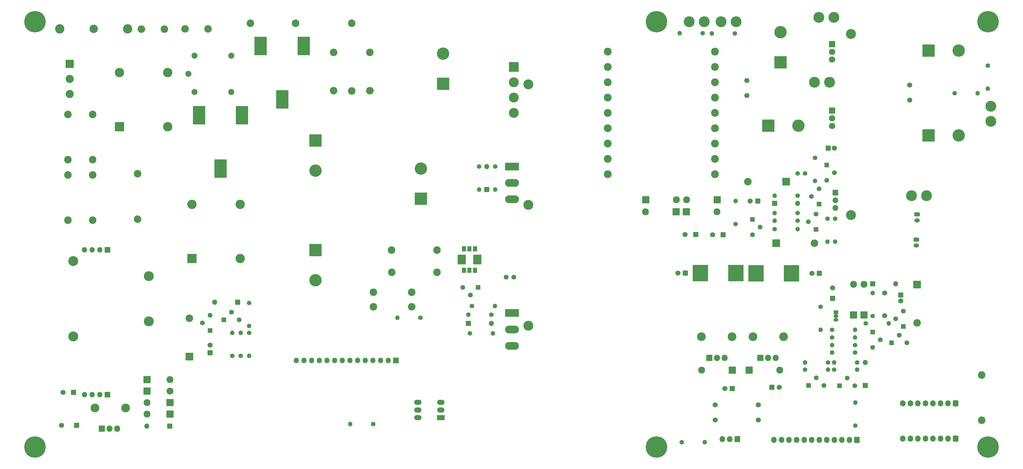
<source format=gbr>
%TF.GenerationSoftware,KiCad,Pcbnew,(5.99.0-9830-g9acf5e365a)*%
%TF.CreationDate,2021-04-14T10:40:31+02:00*%
%TF.ProjectId,Power Supply Board v2.0,506f7765-7220-4537-9570-706c7920426f,2.0*%
%TF.SameCoordinates,Original*%
%TF.FileFunction,Soldermask,Top*%
%TF.FilePolarity,Negative*%
%FSLAX46Y46*%
G04 Gerber Fmt 4.6, Leading zero omitted, Abs format (unit mm)*
G04 Created by KiCad (PCBNEW (5.99.0-9830-g9acf5e365a)) date 2021-04-14 10:40:31*
%MOMM*%
%LPD*%
G01*
G04 APERTURE LIST*
G04 Aperture macros list*
%AMRoundRect*
0 Rectangle with rounded corners*
0 $1 Rounding radius*
0 $2 $3 $4 $5 $6 $7 $8 $9 X,Y pos of 4 corners*
0 Add a 4 corners polygon primitive as box body*
4,1,4,$2,$3,$4,$5,$6,$7,$8,$9,$2,$3,0*
0 Add four circle primitives for the rounded corners*
1,1,$1+$1,$2,$3*
1,1,$1+$1,$4,$5*
1,1,$1+$1,$6,$7*
1,1,$1+$1,$8,$9*
0 Add four rect primitives between the rounded corners*
20,1,$1+$1,$2,$3,$4,$5,0*
20,1,$1+$1,$4,$5,$6,$7,0*
20,1,$1+$1,$6,$7,$8,$9,0*
20,1,$1+$1,$8,$9,$2,$3,0*%
G04 Aperture macros list end*
%ADD10C,2.500000*%
%ADD11RoundRect,0.050000X0.800000X-0.800000X0.800000X0.800000X-0.800000X0.800000X-0.800000X-0.800000X0*%
%ADD12C,1.700000*%
%ADD13RoundRect,0.050000X0.800000X0.800000X-0.800000X0.800000X-0.800000X-0.800000X0.800000X-0.800000X0*%
%ADD14RoundRect,0.050000X2.000000X-2.000000X2.000000X2.000000X-2.000000X2.000000X-2.000000X-2.000000X0*%
%ADD15C,4.100000*%
%ADD16RoundRect,0.050000X-2.000000X2.000000X-2.000000X-2.000000X2.000000X-2.000000X2.000000X2.000000X0*%
%ADD17C,1.500000*%
%ADD18RoundRect,0.050000X-0.800000X-0.800000X0.800000X-0.800000X0.800000X0.800000X-0.800000X0.800000X0*%
%ADD19RoundRect,0.050000X-0.800000X0.800000X-0.800000X-0.800000X0.800000X-0.800000X0.800000X0.800000X0*%
%ADD20RoundRect,0.050000X-2.000000X-2.000000X2.000000X-2.000000X2.000000X2.000000X-2.000000X2.000000X0*%
%ADD21RoundRect,0.050000X1.200000X-1.200000X1.200000X1.200000X-1.200000X1.200000X-1.200000X-1.200000X0*%
%ADD22O,2.500000X2.500000*%
%ADD23RoundRect,0.050000X-1.100000X-1.100000X1.100000X-1.100000X1.100000X1.100000X-1.100000X1.100000X0*%
%ADD24O,2.300000X2.300000*%
%ADD25RoundRect,0.050000X1.100000X1.100000X-1.100000X1.100000X-1.100000X-1.100000X1.100000X-1.100000X0*%
%ADD26O,1.700000X1.700000*%
%ADD27RoundRect,0.050000X-1.600000X1.600000X-1.600000X-1.600000X1.600000X-1.600000X1.600000X1.600000X0*%
%ADD28C,3.300000*%
%ADD29RoundRect,0.050000X1.200000X1.200000X-1.200000X1.200000X-1.200000X-1.200000X1.200000X-1.200000X0*%
%ADD30RoundRect,0.050000X-1.200000X-1.200000X1.200000X-1.200000X1.200000X1.200000X-1.200000X1.200000X0*%
%ADD31RoundRect,0.050000X1.100000X-1.100000X1.100000X1.100000X-1.100000X1.100000X-1.100000X-1.100000X0*%
%ADD32RoundRect,0.050000X-1.000000X0.952500X-1.000000X-0.952500X1.000000X-0.952500X1.000000X0.952500X0*%
%ADD33O,2.100000X2.005000*%
%ADD34RoundRect,0.050000X-1.200000X1.200000X-1.200000X-1.200000X1.200000X-1.200000X1.200000X1.200000X0*%
%ADD35C,2.800000*%
%ADD36C,3.100000*%
%ADD37RoundRect,0.050000X1.500000X-1.500000X1.500000X1.500000X-1.500000X1.500000X-1.500000X-1.500000X0*%
%ADD38C,2.894000*%
%ADD39RoundRect,0.050000X-1.300000X1.300000X-1.300000X-1.300000X1.300000X-1.300000X1.300000X1.300000X0*%
%ADD40C,2.700000*%
%ADD41RoundRect,0.050000X-0.850000X0.850000X-0.850000X-0.850000X0.850000X-0.850000X0.850000X0.850000X0*%
%ADD42O,1.800000X1.800000*%
%ADD43RoundRect,0.270833X-0.654167X0.379167X-0.654167X-0.379167X0.654167X-0.379167X0.654167X0.379167X0*%
%ADD44O,1.850000X1.300000*%
%ADD45C,3.600000*%
%ADD46RoundRect,0.264706X0.635294X0.760294X-0.635294X0.760294X-0.635294X-0.760294X0.635294X-0.760294X0*%
%ADD47O,1.800000X2.050000*%
%ADD48C,2.000000*%
%ADD49RoundRect,0.050000X2.000000X3.000000X-2.000000X3.000000X-2.000000X-3.000000X2.000000X-3.000000X0*%
%ADD50RoundRect,0.050000X-2.450000X-2.700000X2.450000X-2.700000X2.450000X2.700000X-2.450000X2.700000X0*%
%ADD51RoundRect,0.050000X2.450000X2.700000X-2.450000X2.700000X-2.450000X-2.700000X2.450000X-2.700000X0*%
%ADD52RoundRect,0.050000X0.750000X-0.750000X0.750000X0.750000X-0.750000X0.750000X-0.750000X-0.750000X0*%
%ADD53C,1.600000*%
%ADD54RoundRect,0.050000X-0.750000X-0.750000X0.750000X-0.750000X0.750000X0.750000X-0.750000X0.750000X0*%
%ADD55RoundRect,0.050000X-0.750000X0.750000X-0.750000X-0.750000X0.750000X-0.750000X0.750000X0.750000X0*%
%ADD56RoundRect,0.050000X-2.250000X1.250000X-2.250000X-1.250000X2.250000X-1.250000X2.250000X1.250000X0*%
%ADD57O,4.600000X2.600000*%
%ADD58RoundRect,0.050000X-0.900000X0.900000X-0.900000X-0.900000X0.900000X-0.900000X0.900000X0.900000X0*%
%ADD59O,1.900000X1.900000*%
%ADD60RoundRect,0.050000X-0.750000X0.525000X-0.750000X-0.525000X0.750000X-0.525000X0.750000X0.525000X0*%
%ADD61O,1.600000X1.150000*%
%ADD62O,1.500000X1.500000*%
%ADD63C,2.599360*%
%ADD64RoundRect,0.050000X-0.952500X-1.000000X0.952500X-1.000000X0.952500X1.000000X-0.952500X1.000000X0*%
%ADD65O,2.005000X2.100000*%
%ADD66RoundRect,0.050000X1.200000X0.800000X-1.200000X0.800000X-1.200000X-0.800000X1.200000X-0.800000X0*%
%ADD67O,2.500000X1.700000*%
%ADD68C,0.900000*%
%ADD69C,7.100000*%
%ADD70C,1.624000*%
%ADD71RoundRect,0.050000X0.750000X0.750000X-0.750000X0.750000X-0.750000X-0.750000X0.750000X-0.750000X0*%
%ADD72RoundRect,0.050000X-0.635000X-0.760000X0.635000X-0.760000X0.635000X0.760000X-0.635000X0.760000X0*%
%ADD73RoundRect,0.050000X-1.270000X-1.525000X1.270000X-1.525000X1.270000X1.525000X-1.270000X1.525000X0*%
%ADD74RoundRect,0.050000X0.850000X-0.850000X0.850000X0.850000X-0.850000X0.850000X-0.850000X-0.850000X0*%
G04 APERTURE END LIST*
D10*
%TO.C,C1*%
X46761000Y-114748000D03*
X46761000Y-129748000D03*
%TD*%
D11*
%TO.C,C2*%
X93954200Y-193691200D03*
D12*
X93954200Y-191191200D03*
%TD*%
D10*
%TO.C,C3*%
X55016000Y-114748000D03*
X55016000Y-129748000D03*
%TD*%
%TO.C,C4*%
X46761000Y-149800000D03*
X46761000Y-134800000D03*
%TD*%
%TO.C,C6*%
X55016000Y-149800000D03*
X55016000Y-134800000D03*
%TD*%
D13*
%TO.C,C7*%
X48666000Y-206823000D03*
D12*
X45166000Y-206823000D03*
%TD*%
D10*
%TO.C,C8*%
X69875000Y-149419000D03*
X69875000Y-134419000D03*
%TD*%
%TO.C,C9*%
X349909000Y-201056000D03*
X349909000Y-216056000D03*
%TD*%
D13*
%TO.C,C10*%
X49682000Y-217745000D03*
D12*
X44682000Y-217745000D03*
%TD*%
D10*
%TO.C,C11*%
X140944200Y-84471200D03*
X140944200Y-106971200D03*
%TD*%
D13*
%TO.C,C12*%
X275615000Y-143450000D03*
D12*
X273115000Y-143450000D03*
%TD*%
D14*
%TO.C,C13*%
X163855000Y-142688000D03*
D15*
X163855000Y-132688000D03*
%TD*%
D14*
%TO.C,C14*%
X171221000Y-104588000D03*
D15*
X171221000Y-94588000D03*
%TD*%
D16*
%TO.C,C15*%
X128930000Y-123384000D03*
D15*
X128930000Y-133384000D03*
%TD*%
D16*
%TO.C,C16*%
X128930000Y-159706000D03*
D15*
X128930000Y-169706000D03*
%TD*%
D10*
%TO.C,C17*%
X169221400Y-167072000D03*
X154221400Y-167072000D03*
%TD*%
%TO.C,C18*%
X154196000Y-159680600D03*
X169196000Y-159680600D03*
%TD*%
D17*
%TO.C,C19*%
X288843000Y-134306000D03*
X291343000Y-134306000D03*
%TD*%
D18*
%TO.C,C20*%
X299043888Y-125924000D03*
D12*
X301043888Y-125924000D03*
%TD*%
D11*
%TO.C,C21*%
X300424730Y-175708000D03*
D12*
X300424730Y-172208000D03*
%TD*%
%TO.C,C22*%
X317696730Y-181423000D03*
X317696730Y-173923000D03*
%TD*%
D19*
%TO.C,C23*%
X323030730Y-174565000D03*
D12*
X323030730Y-176565000D03*
%TD*%
D20*
%TO.C,C24*%
X279109830Y-118431000D03*
D15*
X289109830Y-118431000D03*
%TD*%
D20*
%TO.C,C25*%
X332303630Y-121656800D03*
D15*
X342303630Y-121656800D03*
%TD*%
D13*
%TO.C,C26*%
X255041000Y-154524400D03*
D12*
X251541000Y-154524400D03*
%TD*%
D13*
%TO.C,C27*%
X264131800Y-154575200D03*
D12*
X260631800Y-154575200D03*
%TD*%
D14*
%TO.C,C28*%
X283156400Y-97483971D03*
D15*
X283156400Y-87483971D03*
%TD*%
D20*
%TO.C,C29*%
X332303630Y-93556000D03*
D15*
X342303630Y-93556000D03*
%TD*%
D13*
%TO.C,C30*%
X251637400Y-167326000D03*
D12*
X249137400Y-167326000D03*
%TD*%
D13*
%TO.C,C31*%
X296073313Y-167427600D03*
D12*
X293573313Y-167427600D03*
%TD*%
%TO.C,C32*%
X271980400Y-108434200D03*
X271980400Y-103434200D03*
%TD*%
%TO.C,C33*%
X326057000Y-109958200D03*
X326057000Y-104958200D03*
%TD*%
D13*
%TO.C,C34*%
X267214230Y-205553000D03*
D12*
X264714230Y-205553000D03*
%TD*%
D18*
%TO.C,C35*%
X280295230Y-205172000D03*
D12*
X282795230Y-205172000D03*
%TD*%
%TO.C,C36*%
X275850230Y-215967000D03*
X275850230Y-210967000D03*
%TD*%
%TO.C,C37*%
X261499230Y-215967000D03*
X261499230Y-210967000D03*
%TD*%
D21*
%TO.C,D1*%
X87096200Y-194961200D03*
D22*
X87096200Y-182261200D03*
%TD*%
D23*
%TO.C,D2*%
X73050000Y-202632000D03*
D24*
X80670000Y-202632000D03*
%TD*%
D23*
%TO.C,D3*%
X73050000Y-206442000D03*
D24*
X80670000Y-206442000D03*
%TD*%
D25*
%TO.C,D4*%
X80670000Y-210252000D03*
D24*
X73050000Y-210252000D03*
%TD*%
D25*
%TO.C,D5*%
X80670000Y-214062000D03*
D24*
X73050000Y-214062000D03*
%TD*%
D13*
%TO.C,D6*%
X103098200Y-176927200D03*
D26*
X95478200Y-176927200D03*
%TD*%
D13*
%TO.C,D7*%
X80543000Y-217999000D03*
D26*
X72923000Y-217999000D03*
%TD*%
D27*
%TO.C,D8*%
X194741400Y-98949200D03*
D28*
X194741400Y-104029200D03*
X194741400Y-109109200D03*
X194741400Y-114189200D03*
%TD*%
D29*
%TO.C,D9*%
X285013000Y-136998400D03*
D22*
X272313000Y-136998400D03*
%TD*%
D18*
%TO.C,D10*%
X281203000Y-144212000D03*
D26*
X288823000Y-144212000D03*
%TD*%
D30*
%TO.C,D11*%
X281711000Y-157420000D03*
D22*
X294411000Y-157420000D03*
%TD*%
D11*
%TO.C,D12*%
X185699000Y-139640000D03*
D26*
X185699000Y-132020000D03*
%TD*%
D18*
%TO.C,D13*%
X179676800Y-183988400D03*
D26*
X187296800Y-183988400D03*
%TD*%
D31*
%TO.C,D14*%
X307409730Y-181169000D03*
D24*
X307409730Y-171009000D03*
%TD*%
D31*
%TO.C,D15*%
X310838730Y-181169000D03*
D24*
X310838730Y-171009000D03*
%TD*%
D32*
%TO.C,D16*%
X300276000Y-91456200D03*
D33*
X300276000Y-93996200D03*
X300276000Y-96536200D03*
%TD*%
D32*
%TO.C,D17*%
X300326800Y-113427200D03*
D33*
X300326800Y-115967200D03*
X300326800Y-118507200D03*
%TD*%
D25*
%TO.C,D18*%
X248587000Y-146955200D03*
D24*
X238427000Y-146955200D03*
%TD*%
D23*
%TO.C,D19*%
X251939800Y-146955200D03*
D24*
X262099800Y-146955200D03*
%TD*%
D23*
%TO.C,D20*%
X238477800Y-142992800D03*
D24*
X248637800Y-142992800D03*
%TD*%
D25*
%TO.C,D21*%
X262150600Y-142992800D03*
D24*
X251990600Y-142992800D03*
%TD*%
D18*
%TO.C,D22*%
X313759730Y-170882000D03*
D26*
X321379730Y-170882000D03*
%TD*%
D34*
%TO.C,D23*%
X328491730Y-171136000D03*
D22*
X328491730Y-183836000D03*
%TD*%
D11*
%TO.C,D24*%
X311283230Y-204537000D03*
D26*
X311283230Y-196917000D03*
%TD*%
D25*
%TO.C,D25*%
X267214230Y-199457000D03*
D24*
X257054230Y-199457000D03*
%TD*%
D23*
%TO.C,D26*%
X272802230Y-199457000D03*
D24*
X282962230Y-199457000D03*
%TD*%
D35*
%TO.C,F1*%
X55323000Y-86363500D03*
D36*
X66573000Y-86363500D03*
X44073000Y-86363500D03*
%TD*%
D37*
%TO.C,FL1*%
X63906000Y-118812000D03*
D36*
X79906000Y-118812000D03*
X79906000Y-100812000D03*
X63906000Y-100812000D03*
%TD*%
D37*
%TO.C,FL2*%
X87909000Y-162500000D03*
D36*
X103909000Y-162500000D03*
X103909000Y-144500000D03*
X87909000Y-144500000D03*
%TD*%
D28*
%TO.C,HS2*%
X199499000Y-144720000D03*
X199499000Y-184720000D03*
X199499000Y-104720000D03*
%TD*%
D38*
%TO.C,HS3*%
X256927230Y-188382600D03*
X267087230Y-188382600D03*
%TD*%
D28*
%TO.C,HS4*%
X306585400Y-148056700D03*
X306585400Y-88056700D03*
%TD*%
D38*
%TO.C,HS5*%
X55778000Y-212004600D03*
X65938000Y-212004600D03*
%TD*%
D39*
%TO.C,J1*%
X47396000Y-97984000D03*
D40*
X47396000Y-102984000D03*
X47396000Y-107984000D03*
%TD*%
D41*
%TO.C,J2*%
X155600000Y-196282000D03*
D42*
X153060000Y-196282000D03*
X150520000Y-196282000D03*
X147980000Y-196282000D03*
X145440000Y-196282000D03*
X142900000Y-196282000D03*
X140360000Y-196282000D03*
X137820000Y-196282000D03*
X135280000Y-196282000D03*
X132740000Y-196282000D03*
X130200000Y-196282000D03*
X127660000Y-196282000D03*
X125120000Y-196282000D03*
X122580000Y-196282000D03*
%TD*%
D43*
%TO.C,J3*%
X328243800Y-156200800D03*
D44*
X328243800Y-158200800D03*
%TD*%
D43*
%TO.C,J4*%
X328455800Y-147834800D03*
D44*
X328455800Y-149834800D03*
%TD*%
D45*
%TO.C,J5*%
X252895800Y-84013200D03*
X257895800Y-84013200D03*
%TD*%
%TO.C,J6*%
X326618200Y-141621200D03*
X331618200Y-141621200D03*
%TD*%
%TO.C,J7*%
X295874200Y-82541600D03*
X300874200Y-82541600D03*
%TD*%
%TO.C,J8*%
X268463800Y-83964000D03*
X263463800Y-83964000D03*
%TD*%
%TO.C,J9*%
X299459000Y-104106000D03*
X294459000Y-104106000D03*
%TD*%
%TO.C,J10*%
X352959000Y-112006000D03*
X352959000Y-117006000D03*
%TD*%
D46*
%TO.C,J11*%
X341255230Y-210506000D03*
D47*
X338755230Y-210506000D03*
X336255230Y-210506000D03*
X333755230Y-210506000D03*
X331255230Y-210506000D03*
X328755230Y-210506000D03*
X326255230Y-210506000D03*
X323755230Y-210506000D03*
%TD*%
D46*
%TO.C,J12*%
X341255230Y-222190000D03*
D47*
X338755230Y-222190000D03*
X336255230Y-222190000D03*
X333755230Y-222190000D03*
X331255230Y-222190000D03*
X328755230Y-222190000D03*
X326255230Y-222190000D03*
X323755230Y-222190000D03*
%TD*%
D46*
%TO.C,J13*%
X308523230Y-222578500D03*
D47*
X306023230Y-222578500D03*
X303523230Y-222578500D03*
X301023230Y-222578500D03*
X298523230Y-222578500D03*
X296023230Y-222578500D03*
X293523230Y-222578500D03*
X291023230Y-222578500D03*
X288523230Y-222578500D03*
X286023230Y-222578500D03*
X283523230Y-222578500D03*
X281023230Y-222578500D03*
%TD*%
D46*
%TO.C,J14*%
X268856200Y-222342400D03*
D47*
X266356200Y-222342400D03*
X263856200Y-222342400D03*
%TD*%
D48*
%TO.C,K1*%
X86766000Y-101286000D03*
X100966000Y-95286000D03*
X100966000Y-107286000D03*
X88766000Y-107286000D03*
X88766000Y-95286000D03*
%TD*%
D49*
%TO.C,L1*%
X125031000Y-92055000D03*
X110731000Y-92055000D03*
X117881000Y-109755000D03*
%TD*%
%TO.C,L2*%
X104584000Y-115002000D03*
X90284000Y-115002000D03*
X97434000Y-132702000D03*
%TD*%
D50*
%TO.C,L3*%
X256608600Y-167326000D03*
X268408600Y-167326000D03*
%TD*%
D51*
%TO.C,L4*%
X286849000Y-167376800D03*
X275049000Y-167376800D03*
%TD*%
D52*
%TO.C,Q1*%
X93954200Y-186325200D03*
D53*
X91414200Y-183785200D03*
X93954200Y-181245200D03*
%TD*%
D54*
%TO.C,Q2*%
X98526200Y-182769200D03*
D53*
X101066200Y-180229200D03*
X103606200Y-182769200D03*
%TD*%
D52*
%TO.C,Q3*%
X295943000Y-144466000D03*
D53*
X293403000Y-141926000D03*
X295943000Y-139386000D03*
%TD*%
D55*
%TO.C,Q4*%
X273837000Y-149546000D03*
D53*
X276377000Y-152086000D03*
X273837000Y-154626000D03*
%TD*%
D52*
%TO.C,Q5*%
X294927000Y-152848000D03*
D53*
X292387000Y-150308000D03*
X294927000Y-147768000D03*
%TD*%
D56*
%TO.C,Q6*%
X194081000Y-131981900D03*
D57*
X194081000Y-137431900D03*
X194081000Y-142881900D03*
%TD*%
D56*
%TO.C,Q7*%
X194081000Y-180534000D03*
D57*
X194081000Y-185984000D03*
X194081000Y-191434000D03*
%TD*%
D55*
%TO.C,Q8*%
X298475000Y-131512000D03*
D53*
X301015000Y-134052000D03*
X298475000Y-136592000D03*
%TD*%
D58*
%TO.C,Q9*%
X301402000Y-140656000D03*
D59*
X301402000Y-143196000D03*
X301402000Y-145736000D03*
%TD*%
D54*
%TO.C,Q10*%
X292487230Y-204537000D03*
D53*
X295027230Y-201997000D03*
X297567230Y-204537000D03*
%TD*%
D54*
%TO.C,Q11*%
X302774230Y-204664000D03*
D53*
X305314230Y-202124000D03*
X307854230Y-204664000D03*
%TD*%
D52*
%TO.C,Q12*%
X323919730Y-184979000D03*
D53*
X321379730Y-182439000D03*
X323919730Y-179899000D03*
%TD*%
D60*
%TO.C,Q14*%
X301567730Y-180280000D03*
D61*
X301567730Y-181550000D03*
X301567730Y-182820000D03*
%TD*%
D54*
%TO.C,Q15*%
X319982730Y-190440000D03*
D53*
X322522730Y-187900000D03*
X325062730Y-190440000D03*
%TD*%
D17*
%TO.C,R1*%
X101320200Y-194707200D03*
D62*
X101320200Y-187087200D03*
%TD*%
D17*
%TO.C,R2*%
X104114200Y-194707200D03*
D62*
X104114200Y-187087200D03*
%TD*%
D10*
%TO.C,R3*%
X78765000Y-86427000D03*
D22*
X71145000Y-86427000D03*
%TD*%
D17*
%TO.C,R4*%
X106908200Y-187087200D03*
D62*
X106908200Y-194707200D03*
%TD*%
D10*
%TO.C,R5*%
X93243000Y-86363500D03*
D22*
X85623000Y-86363500D03*
%TD*%
D17*
%TO.C,R6*%
X106908200Y-177181200D03*
D62*
X106908200Y-184801200D03*
%TD*%
D10*
%TO.C,R7*%
X134899000Y-106874000D03*
D22*
X134899000Y-94174000D03*
%TD*%
D10*
%TO.C,R8*%
X146938600Y-94174000D03*
D22*
X146938600Y-106874000D03*
%TD*%
D10*
%TO.C,R9*%
X148107000Y-178502000D03*
D22*
X160807000Y-178502000D03*
%TD*%
D10*
%TO.C,R10*%
X160807000Y-173676000D03*
D22*
X148107000Y-173676000D03*
%TD*%
D17*
%TO.C,R11*%
X288823000Y-141672000D03*
D62*
X281203000Y-141672000D03*
%TD*%
D17*
%TO.C,R12*%
X288823000Y-147428000D03*
D62*
X281203000Y-147428000D03*
%TD*%
D17*
%TO.C,R13*%
X281203000Y-152762000D03*
D62*
X288823000Y-152762000D03*
%TD*%
D17*
%TO.C,R14*%
X288823000Y-149968000D03*
D62*
X281203000Y-149968000D03*
%TD*%
D17*
%TO.C,R15*%
X268246600Y-151019200D03*
D62*
X268246600Y-143399200D03*
%TD*%
D17*
%TO.C,R16*%
X298729000Y-149292000D03*
D62*
X298729000Y-156912000D03*
%TD*%
D17*
%TO.C,R17*%
X183159000Y-132020000D03*
D62*
X183159000Y-139640000D03*
%TD*%
D17*
%TO.C,R18*%
X187271400Y-181092800D03*
D62*
X179651400Y-181092800D03*
%TD*%
D17*
%TO.C,R19*%
X301269000Y-149292000D03*
D62*
X301269000Y-156912000D03*
%TD*%
D17*
%TO.C,R20*%
X294586400Y-129099000D03*
D62*
X294586400Y-136719000D03*
%TD*%
D17*
%TO.C,R21*%
X188493000Y-132045400D03*
D62*
X188493000Y-139665400D03*
%TD*%
D17*
%TO.C,R22*%
X180159400Y-187290400D03*
D62*
X187779400Y-187290400D03*
%TD*%
D17*
%TO.C,R23*%
X148056200Y-217364000D03*
D62*
X140436200Y-217364000D03*
%TD*%
D17*
%TO.C,R24*%
X250450230Y-223333000D03*
D62*
X258070230Y-223333000D03*
%TD*%
D17*
%TO.C,R25*%
X313759730Y-181550000D03*
D62*
X313759730Y-173930000D03*
%TD*%
D17*
%TO.C,R26*%
X311473730Y-183963000D03*
D62*
X319093730Y-183963000D03*
%TD*%
D17*
%TO.C,R27*%
X291344230Y-199330000D03*
D62*
X298964230Y-199330000D03*
%TD*%
D17*
%TO.C,R28*%
X298964230Y-196917000D03*
D62*
X291344230Y-196917000D03*
%TD*%
D17*
%TO.C,R29*%
X300297730Y-188662000D03*
D62*
X307917730Y-188662000D03*
%TD*%
D17*
%TO.C,R30*%
X268018000Y-87900200D03*
D62*
X260398000Y-87900200D03*
%TD*%
D17*
%TO.C,R31*%
X257350000Y-87849400D03*
D62*
X249730000Y-87849400D03*
%TD*%
D17*
%TO.C,R32*%
X340909000Y-107686800D03*
D62*
X348529000Y-107686800D03*
%TD*%
D17*
%TO.C,R33*%
X351909000Y-98556000D03*
D62*
X351909000Y-106176000D03*
%TD*%
D17*
%TO.C,R34*%
X307917730Y-191202000D03*
D62*
X300297730Y-191202000D03*
%TD*%
D17*
%TO.C,R35*%
X300996230Y-199330000D03*
D62*
X308616230Y-199330000D03*
%TD*%
D17*
%TO.C,R36*%
X296487730Y-178502000D03*
D62*
X296487730Y-186122000D03*
%TD*%
D17*
%TO.C,R37*%
X300297730Y-186122000D03*
D62*
X307917730Y-186122000D03*
%TD*%
D17*
%TO.C,R38*%
X307981230Y-217872000D03*
D62*
X307981230Y-210252000D03*
%TD*%
D17*
%TO.C,R39*%
X308616230Y-196917000D03*
D62*
X300996230Y-196917000D03*
%TD*%
D17*
%TO.C,R40*%
X307917730Y-193615000D03*
D62*
X300297730Y-193615000D03*
%TD*%
D63*
%TO.C,T3*%
X225831000Y-93920000D03*
X225831000Y-99000000D03*
X225831000Y-104080000D03*
X225831000Y-109160000D03*
X225831000Y-114240000D03*
X225831000Y-119320000D03*
X225831000Y-124400000D03*
X225831000Y-129480000D03*
X225831000Y-134560000D03*
X261391000Y-134560000D03*
X261391000Y-129480000D03*
X261391000Y-124400000D03*
X261391000Y-119320000D03*
X261391000Y-114240000D03*
X261391000Y-109160000D03*
X261391000Y-104080000D03*
X261391000Y-99000000D03*
X261391000Y-93920000D03*
%TD*%
D64*
%TO.C,U1*%
X58064000Y-218888000D03*
D65*
X60604000Y-218888000D03*
X63144000Y-218888000D03*
%TD*%
D66*
%TO.C,U2*%
X170524800Y-215215400D03*
D67*
X170524800Y-212675400D03*
X170524800Y-210135400D03*
X162904800Y-210135400D03*
X162904800Y-212675400D03*
X162904800Y-215215400D03*
%TD*%
D64*
%TO.C,U3*%
X259594230Y-195393000D03*
D65*
X262134230Y-195393000D03*
X264674230Y-195393000D03*
%TD*%
D64*
%TO.C,U4*%
X276485230Y-195393000D03*
D65*
X279025230Y-195393000D03*
X281565230Y-195393000D03*
%TD*%
D28*
%TO.C,T1*%
X48612000Y-163335000D03*
X48612000Y-188335000D03*
X73612000Y-168335000D03*
X73612000Y-183335000D03*
%TD*%
D68*
%TO.C,H1*%
X34052845Y-82143845D03*
D69*
X35909000Y-84000000D03*
D68*
X35909000Y-81375000D03*
X38534000Y-84000000D03*
X37765155Y-85856155D03*
X35909000Y-86625000D03*
X37765155Y-82143845D03*
X34052845Y-85856155D03*
X33284000Y-84000000D03*
%TD*%
%TO.C,H2*%
X35909000Y-222375000D03*
X37765155Y-223143845D03*
X35909000Y-227625000D03*
X37765155Y-226856155D03*
X34052845Y-223143845D03*
D69*
X35909000Y-225000000D03*
D68*
X33284000Y-225000000D03*
X34052845Y-226856155D03*
X38534000Y-225000000D03*
%TD*%
%TO.C,H3*%
X353856155Y-85856155D03*
X352000000Y-81375000D03*
X353856155Y-82143845D03*
X349375000Y-84000000D03*
X354625000Y-84000000D03*
X352000000Y-86625000D03*
X350143845Y-85856155D03*
D69*
X352000000Y-84000000D03*
D68*
X350143845Y-82143845D03*
%TD*%
%TO.C,H4*%
X242000000Y-222375000D03*
D69*
X242000000Y-225000000D03*
D68*
X243856155Y-223143845D03*
X242000000Y-227625000D03*
X240143845Y-223143845D03*
X240143845Y-226856155D03*
X239375000Y-225000000D03*
X244625000Y-225000000D03*
X243856155Y-226856155D03*
%TD*%
D10*
%TO.C,C5*%
X122326000Y-84522000D03*
X107326000Y-84522000D03*
%TD*%
D68*
%TO.C,H5*%
X350143845Y-223143845D03*
X352000000Y-227625000D03*
X354625000Y-225000000D03*
X353856155Y-226856155D03*
X353856155Y-223143845D03*
X349375000Y-225000000D03*
X352000000Y-222375000D03*
X350143845Y-226856155D03*
D69*
X352000000Y-225000000D03*
%TD*%
D38*
%TO.C,HS7*%
X274072230Y-188382600D03*
X284232230Y-188382600D03*
%TD*%
D17*
%TO.C,R41*%
X163751000Y-182108800D03*
D62*
X156131000Y-182108800D03*
%TD*%
D70*
%TO.C,TH1*%
X194713600Y-168672200D03*
X192213600Y-168672200D03*
%TD*%
D17*
%TO.C,R42*%
X180819800Y-178197200D03*
D62*
X188439800Y-178197200D03*
%TD*%
D71*
%TO.C,Q16*%
X182826400Y-172042400D03*
D53*
X180286400Y-174582400D03*
X177746400Y-172042400D03*
%TD*%
D55*
%TO.C,Q13*%
X313715000Y-186884000D03*
D53*
X316255000Y-189424000D03*
X313715000Y-191964000D03*
%TD*%
D68*
%TO.C,H6*%
X242000000Y-86625000D03*
X242000000Y-81375000D03*
X243856155Y-82143845D03*
D69*
X242000000Y-84000000D03*
D68*
X239375000Y-84000000D03*
X240143845Y-82143845D03*
X244625000Y-84000000D03*
X240143845Y-85856155D03*
X243856155Y-85856155D03*
%TD*%
D72*
%TO.C,L5*%
X178171000Y-166411000D03*
X180021000Y-166411000D03*
X181871000Y-166411000D03*
X181871000Y-159301000D03*
X180021000Y-159301000D03*
X178171000Y-159301000D03*
D73*
X182636000Y-162856000D03*
X177406000Y-162856000D03*
%TD*%
D74*
%TO.C,B1*%
X59892800Y-159635000D03*
D42*
X57352800Y-159635000D03*
X54812800Y-159635000D03*
X52272800Y-159635000D03*
D74*
X59892800Y-207585000D03*
D42*
X57352800Y-207585000D03*
X54812800Y-207585000D03*
X52272800Y-207585000D03*
%TD*%
G36*
X301971602Y-182091877D02*
G01*
X301972367Y-182093725D01*
X301971634Y-182095025D01*
X301926598Y-182131105D01*
X301910633Y-182189465D01*
X301932040Y-182246116D01*
X301970855Y-182274629D01*
X301971659Y-182276460D01*
X301970475Y-182278072D01*
X301968906Y-182278089D01*
X301941029Y-182266542D01*
X301792598Y-182247000D01*
X301342862Y-182247000D01*
X301194431Y-182266542D01*
X301165841Y-182278384D01*
X301163858Y-182278123D01*
X301163093Y-182276275D01*
X301163826Y-182274975D01*
X301208862Y-182238895D01*
X301224827Y-182180535D01*
X301203420Y-182123884D01*
X301164605Y-182095371D01*
X301163801Y-182093540D01*
X301164985Y-182091928D01*
X301166554Y-182091911D01*
X301194431Y-182103458D01*
X301342862Y-182123000D01*
X301792598Y-182123000D01*
X301941029Y-182103458D01*
X301969619Y-182091616D01*
X301971602Y-182091877D01*
G37*
G36*
X302113120Y-180854000D02*
G01*
X302113120Y-180856000D01*
X302112006Y-180856902D01*
X302053847Y-180875799D01*
X302018283Y-180924748D01*
X302018283Y-180985250D01*
X302053964Y-181034361D01*
X302055244Y-181035060D01*
X302055418Y-181035346D01*
X302070315Y-181045816D01*
X302071157Y-181047630D01*
X302070007Y-181049266D01*
X302068400Y-181049300D01*
X301941029Y-180996542D01*
X301792598Y-180977000D01*
X301342862Y-180977000D01*
X301194431Y-180996542D01*
X301069843Y-181048147D01*
X301067860Y-181047886D01*
X301067095Y-181046038D01*
X301067945Y-181044651D01*
X301080615Y-181035943D01*
X301117651Y-180987676D01*
X301119235Y-180927195D01*
X301084973Y-180877345D01*
X301024727Y-180856894D01*
X301023408Y-180855390D01*
X301024051Y-180853496D01*
X301025370Y-180853000D01*
X302111388Y-180853000D01*
X302113120Y-180854000D01*
G37*
M02*

</source>
